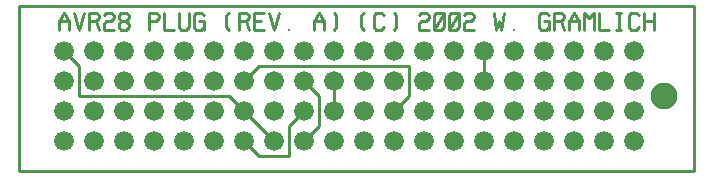
<source format=gtl>
%MOIN*%
%FSLAX25Y25*%
G04 D10 used for Character Trace; *
G04     Circle (OD=.01000) (No hole)*
G04 D11 used for Power Trace; *
G04     Circle (OD=.06700) (No hole)*
G04 D12 used for Signal Trace; *
G04     Circle (OD=.01100) (No hole)*
G04 D13 used for Via; *
G04     Circle (OD=.05800) (Round. Hole ID=.02800)*
G04 D14 used for Component hole; *
G04     Circle (OD=.06500) (Round. Hole ID=.03500)*
G04 D15 used for Component hole; *
G04     Circle (OD=.06600) (Round. Hole ID=.04200)*
G04 D16 used for Component hole; *
G04     Circle (OD=.08200) (Round. Hole ID=.05200)*
G04 D17 used for Component hole; *
G04     Circle (OD=.08950) (Round. Hole ID=.05950)*
G04 D18 used for Component hole; *
G04     Circle (OD=.11600) (Round. Hole ID=.08600)*
G04 D19 used for Component hole; *
G04     Circle (OD=.15500) (Round. Hole ID=.12500)*
G04 D20 used for Component hole; *
G04     Circle (OD=.18200) (Round. Hole ID=.15200)*
G04 D21 used for Component hole; *
G04     Circle (OD=.24300) (Round. Hole ID=.21300)*
%ADD10C,.01000*%
%ADD11C,.06700*%
%ADD12C,.01100*%
%ADD13C,.05800*%
%ADD14C,.06500*%
%ADD15C,.06600*%
%ADD16C,.08200*%
%ADD17C,.08950*%
%ADD18C,.11600*%
%ADD19C,.15500*%
%ADD20C,.18200*%
%ADD21C,.24300*%
%IPPOS*%
%LPD*%
G90*X0Y0D02*D15*X15000Y10000D03*Y20000D03*D12*    
X20000Y25000D02*X70000D01*X75000Y20000D01*D15*D03*
D12*X85000Y10000D01*D15*D03*D12*X80000Y5000D02*   
X90000D01*X80000D02*X75000Y10000D01*D15*D03*      
X85000Y20000D03*X65000D03*Y10000D03*D12*          
X90000Y5000D02*Y15000D01*X95000Y20000D01*D15*D03* 
D12*Y10000D02*X100000Y15000D01*D15*               
X95000Y10000D03*D12*X100000Y15000D02*Y25000D01*   
X95000Y30000D01*D15*D03*X105000Y20000D03*D12*     
Y30000D01*D15*D03*X115000Y20000D03*Y40000D03*     
X95000D03*X115000Y30000D03*X105000Y40000D03*      
X125000Y10000D03*Y20000D03*D12*X130000Y25000D01*  
Y35000D01*X80000D01*X75000Y30000D01*D15*D03*      
X85000Y40000D03*X65000D03*X85000Y30000D03*        
X75000Y40000D03*X65000Y30000D03*X55000Y10000D03*  
Y40000D03*Y30000D03*Y20000D03*X105000Y10000D03*   
X45000Y40000D03*Y30000D03*Y20000D03*Y10000D03*    
X115000D03*X35000Y40000D03*Y30000D03*Y20000D03*   
Y10000D03*X25000Y40000D03*X125000Y30000D03*       
X25000D03*X125000Y40000D03*X25000Y20000D03*       
Y10000D03*D12*X20000Y25000D02*Y35000D01*D15*      
X15000Y30000D03*D12*X20000Y35000D02*              
X15000Y40000D01*D15*D03*D10*X13326Y47129D02*      
Y50000D01*X15000Y52871D01*X16674Y50000D01*        
Y47129D01*X13326Y50000D02*X16674D01*              
X18326Y52871D02*X20000Y47129D01*X21674Y52871D01*  
X23326Y47129D02*Y52871D01*X25837D01*              
X26674Y51914D01*Y50957D01*X25837Y50000D01*        
X23326D01*X25837D02*X26674Y47129D01*              
X28326Y51914D02*X29163Y52871D01*X30837D01*        
X31674Y51914D01*Y50957D01*X30837Y50000D01*        
X29163D01*X28326Y49043D01*Y47129D01*X31674D01*    
X34163Y50000D02*X33326Y50957D01*Y51914D01*        
X34163Y52871D01*X35837D01*X36674Y51914D01*        
Y50957D01*X35837Y50000D01*X34163D01*              
X33326Y49043D01*Y48086D01*X34163Y47129D01*        
X35837D01*X36674Y48086D01*Y49043D01*              
X35837Y50000D01*X43326Y47129D02*Y52871D01*        
X45837D01*X46674Y51914D01*Y50957D01*              
X45837Y50000D01*X43326D01*X48326Y52871D02*        
Y47129D01*X51674D01*X56674Y52871D02*Y48086D01*    
X55837Y47129D01*X54163D01*X53326Y48086D01*        
Y52871D01*X61674Y48086D02*X60837Y47129D01*        
X59163D01*X58326Y48086D01*Y51914D01*              
X59163Y52871D01*X60837D01*X61674Y51914D01*        
X60000Y50000D02*X61674D01*Y47129D01*              
X70000Y52871D02*X69163Y51914D01*Y48086D01*        
X70000Y47129D01*X73326D02*Y52871D01*X75837D01*    
X76674Y51914D01*Y50957D01*X75837Y50000D01*        
X73326D01*X75837D02*X76674Y47129D01*X81674D02*    
X78326D01*Y52871D01*X81674D01*X78326Y50000D02*    
X80837D01*X83326Y52871D02*X85000Y47129D01*        
X86674Y52871D01*X90000Y47129D03*X98326D02*        
Y50000D01*X100000Y52871D01*X101674Y50000D01*      
Y47129D01*X98326Y50000D02*X101674D01*             
X105000Y52871D02*X105837Y51914D01*Y48086D01*      
X105000Y47129D01*X115000Y52871D02*                
X114163Y51914D01*Y48086D01*X115000Y47129D01*      
X121674Y48086D02*X120837Y47129D01*X119163D01*     
X118326Y48086D01*Y51914D01*X119163Y52871D01*      
X120837D01*X121674Y51914D01*X125000Y52871D02*     
X125837Y51914D01*Y48086D01*X125000Y47129D01*      
X133326Y51914D02*X134163Y52871D01*X135837D01*     
X136674Y51914D01*Y50957D01*X135837Y50000D01*      
X134163D01*X133326Y49043D01*Y47129D01*X136674D01* 
X141674Y48086D02*X140837Y47129D01*X139163D01*     
X138326Y48086D01*Y51914D01*X139163Y52871D01*      
X140837D01*X141674Y51914D01*Y48086D01*            
X138326Y47129D02*X141674Y52871D01*                
X146674Y48086D02*X145837Y47129D01*X144163D01*     
X143326Y48086D01*Y51914D01*X144163Y52871D01*      
X145837D01*X146674Y51914D01*Y48086D01*            
X143326Y47129D02*X146674Y52871D01*                
X148326Y51914D02*X149163Y52871D01*X150837D01*     
X151674Y51914D01*Y50957D01*X150837Y50000D01*      
X149163D01*X148326Y49043D01*Y47129D01*X151674D01* 
X158326Y52871D02*X159163Y47129D01*                
X160000Y50000D01*X160837Y47129D01*                
X161674Y52871D01*X165000Y47129D03*                
X176674Y48086D02*X175837Y47129D01*X174163D01*     
X173326Y48086D01*Y51914D01*X174163Y52871D01*      
X175837D01*X176674Y51914D01*X175000Y50000D02*     
X176674D01*Y47129D01*X178326D02*Y52871D01*        
X180837D01*X181674Y51914D01*Y50957D01*            
X180837Y50000D01*X178326D01*X180837D02*           
X181674Y47129D01*X183326D02*Y50000D01*            
X185000Y52871D01*X186674Y50000D01*Y47129D01*      
X183326Y50000D02*X186674D01*X188326Y47129D02*     
Y52871D01*X190000Y50957D01*X191674Y52871D01*      
Y47129D01*X193326Y52871D02*Y47129D01*X196674D01*  
X200000D02*Y52871D01*X199163Y47129D02*X200837D01* 
X199163Y52871D02*X200837D01*X206674Y48086D02*     
X205837Y47129D01*X204163D01*X203326Y48086D01*     
Y51914D01*X204163Y52871D01*X205837D01*            
X206674Y51914D01*X208326Y47129D02*Y52871D01*      
X211674Y47129D02*Y52871D01*X208326Y50000D02*      
X211674D01*D12*X0Y0D02*Y55000D01*Y0D02*X225000D01*
Y55000D01*X0D01*D15*X135000Y10000D03*Y20000D03*   
Y30000D03*Y40000D03*X145000Y10000D03*Y20000D03*   
Y30000D03*Y40000D03*X155000Y10000D03*Y20000D03*   
Y30000D03*D12*Y40000D01*D15*D03*X165000Y30000D03* 
Y40000D03*X175000Y20000D03*Y30000D03*Y40000D03*   
X165000Y20000D03*X185000Y10000D03*Y20000D03*      
Y30000D03*Y40000D03*X165000Y10000D03*X175000D03*  
X195000D03*Y20000D03*Y30000D03*Y40000D03*         
X205000Y10000D03*Y20000D03*Y30000D03*Y40000D03*   
D17*X215000Y25000D03*M02*                         

</source>
